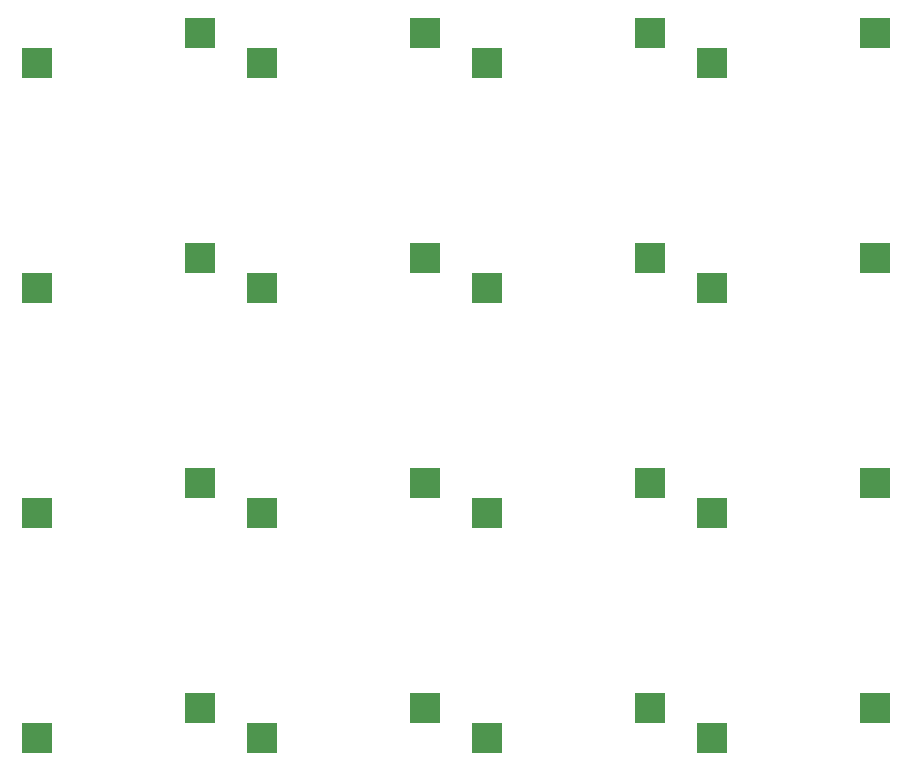
<source format=gbr>
%TF.GenerationSoftware,KiCad,Pcbnew,(6.0.1)*%
%TF.CreationDate,2022-11-17T22:19:47+08:00*%
%TF.ProjectId,Scroller1,5363726f-6c6c-4657-9231-2e6b69636164,rev?*%
%TF.SameCoordinates,Original*%
%TF.FileFunction,Paste,Bot*%
%TF.FilePolarity,Positive*%
%FSLAX46Y46*%
G04 Gerber Fmt 4.6, Leading zero omitted, Abs format (unit mm)*
G04 Created by KiCad (PCBNEW (6.0.1)) date 2022-11-17 22:19:47*
%MOMM*%
%LPD*%
G01*
G04 APERTURE LIST*
%ADD10R,2.550000X2.500000*%
G04 APERTURE END LIST*
D10*
%TO.C,SW_0_0*%
X130302000Y-85979000D03*
X144152000Y-83439000D03*
%TD*%
%TO.C,SW_2_1*%
X111252000Y-124079000D03*
X125102000Y-121539000D03*
%TD*%
%TO.C,SW_1_0*%
X130302000Y-105029000D03*
X144152000Y-102489000D03*
%TD*%
%TO.C,SW_3_0*%
X130302000Y-143129000D03*
X144152000Y-140589000D03*
%TD*%
%TO.C,SW_1_3*%
X73152000Y-105029000D03*
X87002000Y-102489000D03*
%TD*%
%TO.C,SW_1_2*%
X92202000Y-105029000D03*
X106052000Y-102489000D03*
%TD*%
%TO.C,SW_0_3*%
X73152000Y-85979000D03*
X87002000Y-83439000D03*
%TD*%
%TO.C,SW_3_2*%
X92202000Y-143129000D03*
X106052000Y-140589000D03*
%TD*%
%TO.C,SW_0_1*%
X111252000Y-85979000D03*
X125102000Y-83439000D03*
%TD*%
%TO.C,SW_3_1*%
X111252000Y-143129000D03*
X125102000Y-140589000D03*
%TD*%
%TO.C,SW_1_1*%
X111252000Y-105029000D03*
X125102000Y-102489000D03*
%TD*%
%TO.C,SW_2_2*%
X92202000Y-124079000D03*
X106052000Y-121539000D03*
%TD*%
%TO.C,SW_2_3*%
X73152000Y-124079000D03*
X87002000Y-121539000D03*
%TD*%
%TO.C,SW_0_2*%
X92202000Y-85979000D03*
X106052000Y-83439000D03*
%TD*%
%TO.C,SW_3_3*%
X73152000Y-143129000D03*
X87002000Y-140589000D03*
%TD*%
%TO.C,SW_2_0*%
X130302000Y-124079000D03*
X144152000Y-121539000D03*
%TD*%
M02*

</source>
